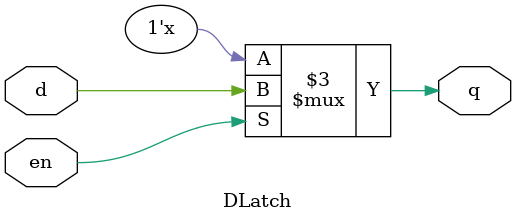
<source format=v>
`timescale 1ns / 1ps
module DLatch(
    input d,
    input en,
    output reg q
    );
	 always @(en,d)
	 begin
		if(en)
			q=d;
	 end


endmodule

</source>
